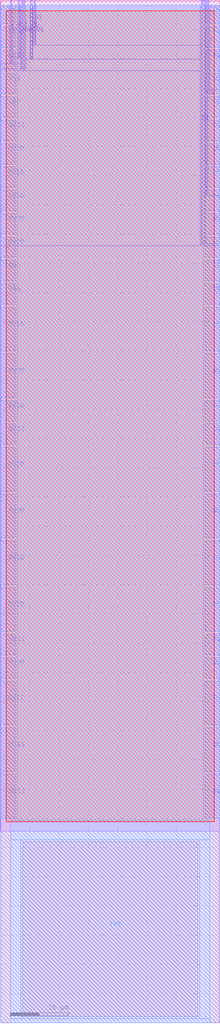
<source format=lef>
VERSION 5.7 ;
  NOWIREEXTENSIONATPIN ON ;
  DIVIDERCHAR "/" ;
  BUSBITCHARS "[]" ;
MACRO gf180mcu_ocd_io__bi_t
  CLASS PAD INOUT ;
  FOREIGN gf180mcu_ocd_io__bi_t ;
  ORIGIN 0.000 0.000 ;
  SIZE 75.000 BY 350.000 ;
  SYMMETRY X Y R90 ;
  SITE GF_IO_Site ;
  PIN A
    DIRECTION INPUT ;
    USE SIGNAL ;
    ANTENNAGATEAREA 0.504000 ;
    ANTENNADIFFAREA 1.000000 ;
    PORT
      LAYER Metal2 ;
        RECT 69.400 267.070 69.780 350.000 ;
    END
  END A
  PIN CS
    DIRECTION INPUT ;
    USE SIGNAL ;
    ANTENNAGATEAREA 0.504000 ;
    ANTENNADIFFAREA 1.000000 ;
    PORT
      LAYER Metal2 ;
        RECT 3.360 328.545 3.740 350.000 ;
    END
  END CS
  PIN DVDD
    DIRECTION INOUT ;
    USE POWER ;
    PORT
      LAYER Metal4 ;
        RECT 0.000 182.000 5.000 197.000 ;
    END
    PORT
      LAYER Metal4 ;
        RECT 0.000 214.000 5.000 229.000 ;
    END
    PORT
      LAYER Metal4 ;
        RECT 0.000 334.000 5.000 341.000 ;
    END
    PORT
      LAYER Metal4 ;
        RECT 0.000 294.000 5.000 301.000 ;
    END
    PORT
      LAYER Metal4 ;
        RECT 0.000 278.000 5.000 285.000 ;
    END
    PORT
      LAYER Metal4 ;
        RECT 0.000 270.000 5.000 277.000 ;
    END
    PORT
      LAYER Metal4 ;
        RECT 0.000 262.000 5.000 269.000 ;
    END
    PORT
      LAYER Metal4 ;
        RECT 0.000 206.000 5.000 213.000 ;
    END
    PORT
      LAYER Metal4 ;
        RECT 0.000 118.000 5.000 125.000 ;
    END
    PORT
      LAYER Metal4 ;
        RECT 0.000 134.000 5.000 149.000 ;
    END
    PORT
      LAYER Metal4 ;
        RECT 0.000 150.000 5.000 165.000 ;
    END
    PORT
      LAYER Metal4 ;
        RECT 0.000 166.000 5.000 181.000 ;
    END
    PORT
      LAYER Metal4 ;
        RECT 70.000 182.000 75.000 197.000 ;
    END
    PORT
      LAYER Metal4 ;
        RECT 70.000 214.000 75.000 229.000 ;
    END
    PORT
      LAYER Metal4 ;
        RECT 70.000 334.000 75.000 341.000 ;
    END
    PORT
      LAYER Metal4 ;
        RECT 70.000 294.000 75.000 301.000 ;
    END
    PORT
      LAYER Metal4 ;
        RECT 70.000 278.000 75.000 285.000 ;
    END
    PORT
      LAYER Metal4 ;
        RECT 70.000 270.000 75.000 277.000 ;
    END
    PORT
      LAYER Metal4 ;
        RECT 70.000 262.000 75.000 269.000 ;
    END
    PORT
      LAYER Metal4 ;
        RECT 70.000 206.000 75.000 213.000 ;
    END
    PORT
      LAYER Metal4 ;
        RECT 70.000 118.000 75.000 125.000 ;
    END
    PORT
      LAYER Metal4 ;
        RECT 70.000 134.000 75.000 149.000 ;
    END
    PORT
      LAYER Metal4 ;
        RECT 70.000 150.000 75.000 165.000 ;
    END
    PORT
      LAYER Metal4 ;
        RECT 70.000 166.000 75.000 181.000 ;
    END
  END DVDD
  PIN DVSS
    DIRECTION INOUT ;
    USE GROUND ;
    PORT
      LAYER Metal4 ;
        RECT 0.000 86.000 5.000 101.000 ;
    END
    PORT
      LAYER Metal4 ;
        RECT 0.000 70.000 5.000 85.000 ;
    END
    PORT
      LAYER Metal4 ;
        RECT 0.000 230.000 5.000 245.000 ;
    END
    PORT
      LAYER Metal4 ;
        RECT 0.000 198.000 5.000 205.000 ;
    END
    PORT
      LAYER Metal4 ;
        RECT 0.000 102.000 5.000 117.000 ;
    END
    PORT
      LAYER Metal4 ;
        RECT 0.000 126.000 5.000 133.000 ;
    END
    PORT
      LAYER Metal4 ;
        RECT 0.000 286.000 5.000 293.000 ;
    END
    PORT
      LAYER Metal4 ;
        RECT 0.000 302.000 5.000 309.000 ;
    END
    PORT
      LAYER Metal4 ;
        RECT 0.000 326.000 5.000 333.000 ;
    END
    PORT
      LAYER Metal4 ;
        RECT 0.000 342.000 5.000 348.390 ;
    END
    PORT
      LAYER Metal4 ;
        RECT 70.000 86.000 75.000 101.000 ;
    END
    PORT
      LAYER Metal4 ;
        RECT 70.000 70.000 75.000 85.000 ;
    END
    PORT
      LAYER Metal4 ;
        RECT 70.000 230.000 75.000 245.000 ;
    END
    PORT
      LAYER Metal4 ;
        RECT 70.000 198.000 75.000 205.000 ;
    END
    PORT
      LAYER Metal4 ;
        RECT 70.000 102.000 75.000 117.000 ;
    END
    PORT
      LAYER Metal4 ;
        RECT 70.000 126.000 75.000 133.000 ;
    END
    PORT
      LAYER Metal4 ;
        RECT 70.000 286.000 75.000 293.000 ;
    END
    PORT
      LAYER Metal4 ;
        RECT 70.000 302.000 75.000 309.000 ;
    END
    PORT
      LAYER Metal4 ;
        RECT 70.000 326.000 75.000 333.000 ;
    END
    PORT
      LAYER Metal4 ;
        RECT 70.000 342.000 75.000 348.390 ;
    END
  END DVSS
  PIN IE
    DIRECTION INPUT ;
    USE SIGNAL ;
    ANTENNAGATEAREA 0.504000 ;
    ANTENNADIFFAREA 1.000000 ;
    PORT
      LAYER Metal2 ;
        RECT 11.385 334.920 11.765 350.000 ;
    END
  END IE
  PIN OE
    DIRECTION INPUT ;
    USE SIGNAL ;
    ANTENNAGATEAREA 2.016000 ;
    ANTENNADIFFAREA 7.776000 ;
    PORT
      LAYER Metal2 ;
        RECT 70.130 283.445 70.510 350.000 ;
    END
  END OE
  PIN PAD
    DIRECTION INOUT ;
    USE SIGNAL ;
    ANTENNADIFFAREA 258.720001 ;
    PORT
      LAYER Metal4 ;
        RECT 7.500 2.000 67.500 62.000 ;
    END
  END PAD
  PIN PD
    DIRECTION INPUT ;
    USE SIGNAL ;
    ANTENNAGATEAREA 1.512000 ;
    ANTENNADIFFAREA 1.000000 ;
    PORT
      LAYER Metal2 ;
        RECT 10.330 330.100 10.710 350.000 ;
    END
  END PD
  PIN PDRV0
    DIRECTION INPUT ;
    USE SIGNAL ;
    ANTENNAGATEAREA 0.504000 ;
    ANTENNADIFFAREA 2.592000 ;
    PORT
      LAYER Metal2 ;
        RECT 7.110 326.870 7.490 350.000 ;
    END
  END PDRV0
  PIN PDRV1
    DIRECTION INPUT ;
    USE SIGNAL ;
    ANTENNAGATEAREA 0.504000 ;
    ANTENNADIFFAREA 2.592000 ;
    PORT
      LAYER Metal2 ;
        RECT 7.820 326.305 8.200 350.005 ;
    END
  END PDRV1
  PIN PU
    DIRECTION INPUT ;
    USE SIGNAL ;
    ANTENNAGATEAREA 1.008000 ;
    ANTENNADIFFAREA 1.795000 ;
    PORT
      LAYER Metal2 ;
        RECT 5.965 330.420 6.345 350.000 ;
    END
  END PU
  PIN SL
    DIRECTION INPUT ;
    USE SIGNAL ;
    ANTENNAGATEAREA 0.504000 ;
    ANTENNADIFFAREA 1.000000 ;
    PORT
      LAYER Metal2 ;
        RECT 68.670 266.340 69.050 350.000 ;
    END
  END SL
  PIN VDD
    DIRECTION INOUT ;
    USE POWER ;
    PORT
      LAYER Metal4 ;
        RECT 0.000 254.000 5.000 261.000 ;
    END
    PORT
      LAYER Metal4 ;
        RECT 0.000 310.000 5.000 317.000 ;
    END
    PORT
      LAYER Metal4 ;
        RECT 70.000 254.000 75.000 261.000 ;
    END
    PORT
      LAYER Metal4 ;
        RECT 70.000 310.000 75.000 317.000 ;
    END
  END VDD
  PIN VSS
    DIRECTION INOUT ;
    USE GROUND ;
    PORT
      LAYER Metal4 ;
        RECT 0.000 318.000 5.000 325.000 ;
    END
    PORT
      LAYER Metal4 ;
        RECT 0.000 246.000 5.000 253.000 ;
    END
    PORT
      LAYER Metal4 ;
        RECT 70.000 318.000 75.000 325.000 ;
    END
    PORT
      LAYER Metal4 ;
        RECT 70.000 246.000 75.000 253.000 ;
    END
  END VSS
  PIN Y
    DIRECTION OUTPUT ;
    USE SIGNAL ;
    ANTENNADIFFAREA 3.240000 ;
    PORT
      LAYER Metal2 ;
        RECT 70.860 319.900 71.240 350.000 ;
    END
  END Y
  OBS
      LAYER Nwell ;
        RECT 1.820 68.895 73.180 346.535 ;
      LAYER Metal1 ;
        RECT -0.160 65.540 75.160 349.785 ;
      LAYER Metal2 ;
        RECT 0.000 328.245 3.060 348.375 ;
        RECT 4.040 330.120 5.665 348.375 ;
        RECT 6.645 330.120 6.810 348.375 ;
        RECT 4.040 328.245 6.810 330.120 ;
        RECT 0.000 326.570 6.810 328.245 ;
        RECT 8.500 329.800 10.030 348.375 ;
        RECT 11.010 334.620 11.085 348.375 ;
        RECT 12.065 334.620 68.370 348.375 ;
        RECT 11.010 329.800 68.370 334.620 ;
        RECT 0.000 326.005 7.520 326.570 ;
        RECT 8.500 326.005 68.370 329.800 ;
        RECT 0.000 266.040 68.370 326.005 ;
        RECT 71.540 319.600 75.000 348.375 ;
        RECT 70.810 283.145 75.000 319.600 ;
        RECT 70.080 266.770 75.000 283.145 ;
        RECT 69.350 266.040 75.000 266.770 ;
        RECT 0.000 0.000 75.000 266.040 ;
      LAYER Metal3 ;
        RECT 0.000 0.000 75.000 348.390 ;
      LAYER Metal4 ;
        RECT 5.600 69.400 69.400 348.390 ;
        RECT 3.500 62.600 71.500 69.400 ;
        RECT 3.500 1.400 6.900 62.600 ;
        RECT 68.100 1.400 71.500 62.600 ;
        RECT 3.500 0.000 71.500 1.400 ;
  END
END gf180mcu_ocd_io__bi_t
END LIBRARY


</source>
